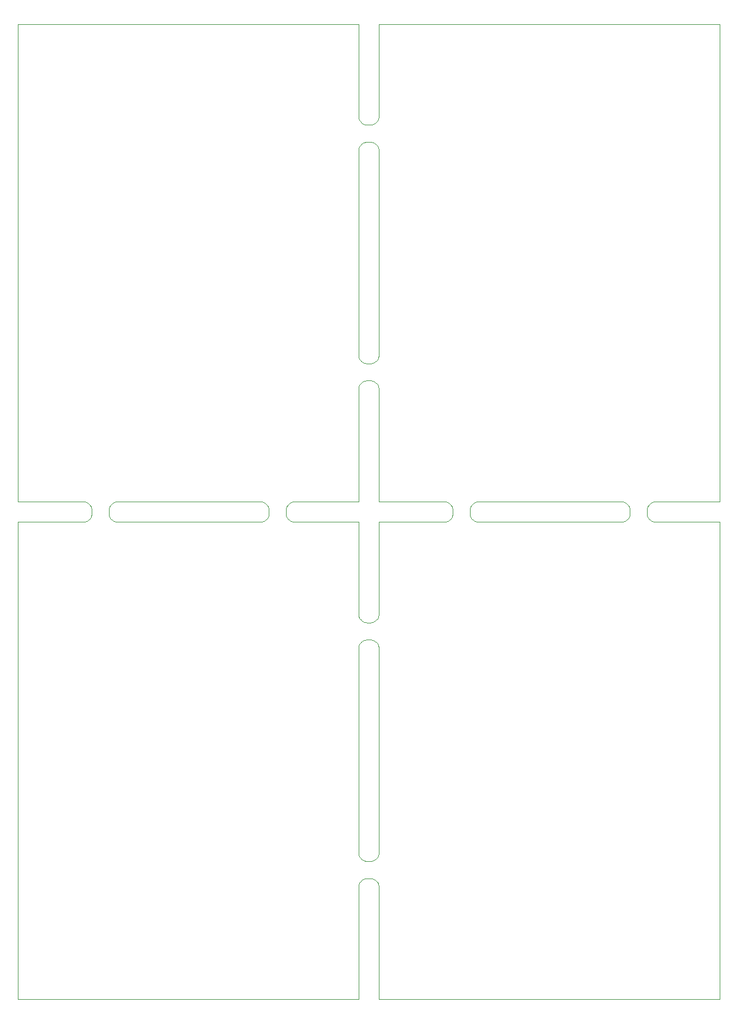
<source format=gbr>
%TF.GenerationSoftware,KiCad,Pcbnew,(5.1.5)-2*%
%TF.CreationDate,2020-06-17T11:39:24+12:00*%
%TF.ProjectId,output.RGB-to-component-panel,6f757470-7574-42e5-9247-422d746f2d63,rev?*%
%TF.SameCoordinates,Original*%
%TF.FileFunction,Profile,NP*%
%FSLAX46Y46*%
G04 Gerber Fmt 4.6, Leading zero omitted, Abs format (unit mm)*
G04 Created by KiCad (PCBNEW (5.1.5)-2) date 2020-06-17 11:39:24*
%MOMM*%
%LPD*%
G04 APERTURE LIST*
%ADD10C,0.050000*%
%ADD11C,0.100000*%
G04 APERTURE END LIST*
D10*
X19800000Y-110000000D02*
X19800000Y-40000000D01*
X19800000Y-40000000D02*
X69800000Y-40000000D01*
X122800000Y-40000000D02*
X122800000Y-110000000D01*
X72800000Y-40000000D02*
X122800000Y-40000000D01*
X19800000Y-183000000D02*
X19800000Y-113000000D01*
X69800000Y-183000000D02*
X19800000Y-183000000D01*
X122800000Y-183000000D02*
X72800000Y-183000000D01*
X122800000Y-113000000D02*
X122800000Y-183000000D01*
D11*
X69800000Y-166500020D02*
X69800000Y-183000000D01*
X72800000Y-166500020D02*
X72800000Y-183000000D01*
X72800000Y-166500020D02*
X72792313Y-166400316D01*
X69800000Y-166500020D02*
X69807687Y-166400316D01*
X72792313Y-166400316D02*
X72776985Y-166301498D01*
X69807687Y-166400316D02*
X69823015Y-166301498D01*
X72776985Y-166301498D02*
X72754107Y-166204151D01*
X69823015Y-166301498D02*
X69845893Y-166204151D01*
X72754107Y-166204151D02*
X72723814Y-166108851D01*
X69845893Y-166204151D02*
X69876186Y-166108851D01*
X72723814Y-166108851D02*
X72686285Y-166016161D01*
X69876186Y-166108851D02*
X69913715Y-166016161D01*
X72686285Y-166016161D02*
X72641742Y-165926630D01*
X69913715Y-166016161D02*
X69958258Y-165926630D01*
X72641742Y-165926630D02*
X72590449Y-165840788D01*
X69958258Y-165926630D02*
X70009551Y-165840788D01*
X72590449Y-165840788D02*
X72532709Y-165759143D01*
X70009551Y-165840788D02*
X70067291Y-165759143D01*
X72532709Y-165759143D02*
X72468864Y-165682178D01*
X70067291Y-165759143D02*
X70131136Y-165682178D01*
X72468864Y-165682178D02*
X72399292Y-165610348D01*
X70131136Y-165682178D02*
X70200708Y-165610348D01*
X72399292Y-165610348D02*
X72324405Y-165544078D01*
X70200708Y-165610348D02*
X70275595Y-165544078D01*
X72324405Y-165544078D02*
X72244646Y-165483760D01*
X70275595Y-165544078D02*
X70355354Y-165483760D01*
X72244646Y-165483760D02*
X72160487Y-165429751D01*
X70355354Y-165483760D02*
X70439513Y-165429751D01*
X72160487Y-165429751D02*
X72072426Y-165382371D01*
X70439513Y-165429751D02*
X70527574Y-165382371D01*
X72072426Y-165382371D02*
X71980984Y-165341900D01*
X70527574Y-165382371D02*
X70619016Y-165341900D01*
X71980984Y-165341900D02*
X71886702Y-165308578D01*
X70619016Y-165341900D02*
X70713298Y-165308578D01*
X71886702Y-165308578D02*
X71790138Y-165282602D01*
X70713298Y-165308578D02*
X70809862Y-165282602D01*
X71790138Y-165282602D02*
X71691863Y-165264125D01*
X70809862Y-165282602D02*
X70908137Y-165264125D01*
X71691863Y-165264125D02*
X71592458Y-165253257D01*
X70908137Y-165264125D02*
X71007542Y-165253257D01*
X71592458Y-165253257D02*
X71492512Y-165250062D01*
X71007542Y-165253257D02*
X71107488Y-165250062D01*
X71107488Y-165250062D02*
X71492512Y-165250062D01*
X72800000Y-161499980D02*
X72792313Y-161599684D01*
X69800000Y-161499980D02*
X69807687Y-161599684D01*
X72792313Y-161599684D02*
X72776985Y-161698502D01*
X69807687Y-161599684D02*
X69823015Y-161698502D01*
X72776985Y-161698502D02*
X72754107Y-161795849D01*
X69823015Y-161698502D02*
X69845893Y-161795849D01*
X72754107Y-161795849D02*
X72723814Y-161891149D01*
X69845893Y-161795849D02*
X69876186Y-161891149D01*
X72723814Y-161891149D02*
X72686285Y-161983839D01*
X69876186Y-161891149D02*
X69913715Y-161983839D01*
X72686285Y-161983839D02*
X72641742Y-162073370D01*
X69913715Y-161983839D02*
X69958258Y-162073370D01*
X72641742Y-162073370D02*
X72590449Y-162159212D01*
X69958258Y-162073370D02*
X70009551Y-162159212D01*
X72590449Y-162159212D02*
X72532709Y-162240857D01*
X70009551Y-162159212D02*
X70067291Y-162240857D01*
X72532709Y-162240857D02*
X72468864Y-162317822D01*
X70067291Y-162240857D02*
X70131136Y-162317822D01*
X72468864Y-162317822D02*
X72399292Y-162389652D01*
X70131136Y-162317822D02*
X70200708Y-162389652D01*
X72399292Y-162389652D02*
X72324405Y-162455922D01*
X70200708Y-162389652D02*
X70275595Y-162455922D01*
X72324405Y-162455922D02*
X72244646Y-162516240D01*
X70275595Y-162455922D02*
X70355354Y-162516240D01*
X72244646Y-162516240D02*
X72160487Y-162570249D01*
X70355354Y-162516240D02*
X70439513Y-162570249D01*
X72160487Y-162570249D02*
X72072426Y-162617629D01*
X70439513Y-162570249D02*
X70527574Y-162617629D01*
X72072426Y-162617629D02*
X71980984Y-162658100D01*
X70527574Y-162617629D02*
X70619016Y-162658100D01*
X71980984Y-162658100D02*
X71886702Y-162691422D01*
X70619016Y-162658100D02*
X70713298Y-162691422D01*
X71886702Y-162691422D02*
X71790138Y-162717398D01*
X70713298Y-162691422D02*
X70809862Y-162717398D01*
X71790138Y-162717398D02*
X71691863Y-162735875D01*
X70809862Y-162717398D02*
X70908137Y-162735875D01*
X71691863Y-162735875D02*
X71592458Y-162746743D01*
X70908137Y-162735875D02*
X71007542Y-162746743D01*
X71592458Y-162746743D02*
X71492512Y-162749938D01*
X71007542Y-162746743D02*
X71107488Y-162749938D01*
X71107488Y-162749938D02*
X71492512Y-162749938D01*
X29399987Y-110000000D02*
X19800000Y-110000000D01*
X29399987Y-113000000D02*
X19800000Y-113000000D01*
X29399987Y-113000000D02*
X29499691Y-112992313D01*
X29399987Y-110000000D02*
X29499691Y-110007687D01*
X29499691Y-112992313D02*
X29598509Y-112976985D01*
X29499691Y-110007687D02*
X29598509Y-110023015D01*
X29598509Y-112976985D02*
X29695856Y-112954107D01*
X29598509Y-110023015D02*
X29695856Y-110045893D01*
X29695856Y-112954107D02*
X29791156Y-112923814D01*
X29695856Y-110045893D02*
X29791156Y-110076186D01*
X29791156Y-112923814D02*
X29883846Y-112886285D01*
X29791156Y-110076186D02*
X29883846Y-110113715D01*
X29883846Y-112886285D02*
X29973377Y-112841742D01*
X29883846Y-110113715D02*
X29973377Y-110158258D01*
X29973377Y-112841742D02*
X30059219Y-112790449D01*
X29973377Y-110158258D02*
X30059219Y-110209551D01*
X30059219Y-112790449D02*
X30140864Y-112732709D01*
X30059219Y-110209551D02*
X30140864Y-110267291D01*
X30140864Y-112732709D02*
X30217829Y-112668864D01*
X30140864Y-110267291D02*
X30217829Y-110331136D01*
X30217829Y-112668864D02*
X30289659Y-112599292D01*
X30217829Y-110331136D02*
X30289659Y-110400708D01*
X30289659Y-112599292D02*
X30355929Y-112524405D01*
X30289659Y-110400708D02*
X30355929Y-110475595D01*
X30355929Y-112524405D02*
X30416247Y-112444646D01*
X30355929Y-110475595D02*
X30416247Y-110555354D01*
X30416247Y-112444646D02*
X30470256Y-112360487D01*
X30416247Y-110555354D02*
X30470256Y-110639513D01*
X30470256Y-112360487D02*
X30517636Y-112272426D01*
X30470256Y-110639513D02*
X30517636Y-110727574D01*
X30517636Y-112272426D02*
X30558107Y-112180984D01*
X30517636Y-110727574D02*
X30558107Y-110819016D01*
X30558107Y-112180984D02*
X30591429Y-112086702D01*
X30558107Y-110819016D02*
X30591429Y-110913298D01*
X30591429Y-112086702D02*
X30617405Y-111990138D01*
X30591429Y-110913298D02*
X30617405Y-111009862D01*
X30617405Y-111990138D02*
X30635882Y-111891863D01*
X30617405Y-111009862D02*
X30635882Y-111108137D01*
X30635882Y-111891863D02*
X30646750Y-111792458D01*
X30635882Y-111108137D02*
X30646750Y-111207542D01*
X30646750Y-111792458D02*
X30649945Y-111692512D01*
X30646750Y-111207542D02*
X30649945Y-111307488D01*
X30649945Y-111307488D02*
X30649945Y-111692512D01*
X34399980Y-113000000D02*
X34300276Y-112992313D01*
X34399980Y-110000000D02*
X34300276Y-110007687D01*
X34300276Y-112992313D02*
X34201458Y-112976985D01*
X34300276Y-110007687D02*
X34201458Y-110023015D01*
X34201458Y-112976985D02*
X34104111Y-112954107D01*
X34201458Y-110023015D02*
X34104111Y-110045893D01*
X34104111Y-112954107D02*
X34008811Y-112923814D01*
X34104111Y-110045893D02*
X34008811Y-110076186D01*
X34008811Y-112923814D02*
X33916121Y-112886285D01*
X34008811Y-110076186D02*
X33916121Y-110113715D01*
X33916121Y-112886285D02*
X33826590Y-112841742D01*
X33916121Y-110113715D02*
X33826590Y-110158258D01*
X33826590Y-112841742D02*
X33740748Y-112790449D01*
X33826590Y-110158258D02*
X33740748Y-110209551D01*
X33740748Y-112790449D02*
X33659103Y-112732709D01*
X33740748Y-110209551D02*
X33659103Y-110267291D01*
X33659103Y-112732709D02*
X33582138Y-112668864D01*
X33659103Y-110267291D02*
X33582138Y-110331136D01*
X33582138Y-112668864D02*
X33510308Y-112599292D01*
X33582138Y-110331136D02*
X33510308Y-110400708D01*
X33510308Y-112599292D02*
X33444038Y-112524405D01*
X33510308Y-110400708D02*
X33444038Y-110475595D01*
X33444038Y-112524405D02*
X33383720Y-112444646D01*
X33444038Y-110475595D02*
X33383720Y-110555354D01*
X33383720Y-112444646D02*
X33329711Y-112360487D01*
X33383720Y-110555354D02*
X33329711Y-110639513D01*
X33329711Y-112360487D02*
X33282331Y-112272426D01*
X33329711Y-110639513D02*
X33282331Y-110727574D01*
X33282331Y-112272426D02*
X33241860Y-112180984D01*
X33282331Y-110727574D02*
X33241860Y-110819016D01*
X33241860Y-112180984D02*
X33208538Y-112086702D01*
X33241860Y-110819016D02*
X33208538Y-110913298D01*
X33208538Y-112086702D02*
X33182562Y-111990138D01*
X33208538Y-110913298D02*
X33182562Y-111009862D01*
X33182562Y-111990138D02*
X33164085Y-111891863D01*
X33182562Y-111009862D02*
X33164085Y-111108137D01*
X33164085Y-111891863D02*
X33153217Y-111792458D01*
X33164085Y-111108137D02*
X33153217Y-111207542D01*
X33153217Y-111792458D02*
X33150022Y-111692512D01*
X33153217Y-111207542D02*
X33150022Y-111307488D01*
X33150022Y-111307488D02*
X33150022Y-111692512D01*
X55400010Y-110000000D02*
X34399980Y-110000000D01*
X60400013Y-110000000D02*
X69800000Y-110000000D01*
X55400010Y-113000000D02*
X34399980Y-113000000D01*
X60400013Y-113000000D02*
X69800000Y-113000000D01*
X55400010Y-113000000D02*
X55499714Y-112992313D01*
X55400010Y-110000000D02*
X55499714Y-110007687D01*
X55499714Y-112992313D02*
X55598532Y-112976985D01*
X55499714Y-110007687D02*
X55598532Y-110023015D01*
X55598532Y-112976985D02*
X55695879Y-112954107D01*
X55598532Y-110023015D02*
X55695879Y-110045893D01*
X55695879Y-112954107D02*
X55791179Y-112923814D01*
X55695879Y-110045893D02*
X55791179Y-110076186D01*
X55791179Y-112923814D02*
X55883869Y-112886285D01*
X55791179Y-110076186D02*
X55883869Y-110113715D01*
X55883869Y-112886285D02*
X55973400Y-112841742D01*
X55883869Y-110113715D02*
X55973400Y-110158258D01*
X55973400Y-112841742D02*
X56059242Y-112790449D01*
X55973400Y-110158258D02*
X56059242Y-110209551D01*
X56059242Y-112790449D02*
X56140887Y-112732709D01*
X56059242Y-110209551D02*
X56140887Y-110267291D01*
X56140887Y-112732709D02*
X56217852Y-112668864D01*
X56140887Y-110267291D02*
X56217852Y-110331136D01*
X56217852Y-112668864D02*
X56289682Y-112599292D01*
X56217852Y-110331136D02*
X56289682Y-110400708D01*
X56289682Y-112599292D02*
X56355952Y-112524405D01*
X56289682Y-110400708D02*
X56355952Y-110475595D01*
X56355952Y-112524405D02*
X56416270Y-112444646D01*
X56355952Y-110475595D02*
X56416270Y-110555354D01*
X56416270Y-112444646D02*
X56470279Y-112360487D01*
X56416270Y-110555354D02*
X56470279Y-110639513D01*
X56470279Y-112360487D02*
X56517659Y-112272426D01*
X56470279Y-110639513D02*
X56517659Y-110727574D01*
X56517659Y-112272426D02*
X56558130Y-112180984D01*
X56517659Y-110727574D02*
X56558130Y-110819016D01*
X56558130Y-112180984D02*
X56591452Y-112086702D01*
X56558130Y-110819016D02*
X56591452Y-110913298D01*
X56591452Y-112086702D02*
X56617428Y-111990138D01*
X56591452Y-110913298D02*
X56617428Y-111009862D01*
X56617428Y-111990138D02*
X56635905Y-111891863D01*
X56617428Y-111009862D02*
X56635905Y-111108137D01*
X56635905Y-111891863D02*
X56646773Y-111792458D01*
X56635905Y-111108137D02*
X56646773Y-111207542D01*
X56646773Y-111792458D02*
X56649968Y-111692512D01*
X56646773Y-111207542D02*
X56649968Y-111307488D01*
X56649968Y-111307488D02*
X56649968Y-111692512D01*
X60400013Y-113000000D02*
X60300309Y-112992313D01*
X60400013Y-110000000D02*
X60300309Y-110007687D01*
X60300309Y-112992313D02*
X60201491Y-112976985D01*
X60300309Y-110007687D02*
X60201491Y-110023015D01*
X60201491Y-112976985D02*
X60104144Y-112954107D01*
X60201491Y-110023015D02*
X60104144Y-110045893D01*
X60104144Y-112954107D02*
X60008844Y-112923814D01*
X60104144Y-110045893D02*
X60008844Y-110076186D01*
X60008844Y-112923814D02*
X59916154Y-112886285D01*
X60008844Y-110076186D02*
X59916154Y-110113715D01*
X59916154Y-112886285D02*
X59826623Y-112841742D01*
X59916154Y-110113715D02*
X59826623Y-110158258D01*
X59826623Y-112841742D02*
X59740781Y-112790449D01*
X59826623Y-110158258D02*
X59740781Y-110209551D01*
X59740781Y-112790449D02*
X59659136Y-112732709D01*
X59740781Y-110209551D02*
X59659136Y-110267291D01*
X59659136Y-112732709D02*
X59582171Y-112668864D01*
X59659136Y-110267291D02*
X59582171Y-110331136D01*
X59582171Y-112668864D02*
X59510341Y-112599292D01*
X59582171Y-110331136D02*
X59510341Y-110400708D01*
X59510341Y-112599292D02*
X59444071Y-112524405D01*
X59510341Y-110400708D02*
X59444071Y-110475595D01*
X59444071Y-112524405D02*
X59383753Y-112444646D01*
X59444071Y-110475595D02*
X59383753Y-110555354D01*
X59383753Y-112444646D02*
X59329744Y-112360487D01*
X59383753Y-110555354D02*
X59329744Y-110639513D01*
X59329744Y-112360487D02*
X59282364Y-112272426D01*
X59329744Y-110639513D02*
X59282364Y-110727574D01*
X59282364Y-112272426D02*
X59241893Y-112180984D01*
X59282364Y-110727574D02*
X59241893Y-110819016D01*
X59241893Y-112180984D02*
X59208571Y-112086702D01*
X59241893Y-110819016D02*
X59208571Y-110913298D01*
X59208571Y-112086702D02*
X59182595Y-111990138D01*
X59208571Y-110913298D02*
X59182595Y-111009862D01*
X59182595Y-111990138D02*
X59164118Y-111891863D01*
X59182595Y-111009862D02*
X59164118Y-111108137D01*
X59164118Y-111891863D02*
X59153250Y-111792458D01*
X59164118Y-111108137D02*
X59153250Y-111207542D01*
X59153250Y-111792458D02*
X59150055Y-111692512D01*
X59153250Y-111207542D02*
X59150055Y-111307488D01*
X59150055Y-111307488D02*
X59150055Y-111692512D01*
X69800000Y-131499980D02*
X69800000Y-161499980D01*
X69800000Y-126500000D02*
X69800000Y-113000000D01*
X72800000Y-131499980D02*
X72800000Y-161499980D01*
X72800000Y-126500000D02*
X72800000Y-113000000D01*
X72800000Y-131499980D02*
X72792313Y-131400276D01*
X69800000Y-131499980D02*
X69807687Y-131400276D01*
X72792313Y-131400276D02*
X72776985Y-131301458D01*
X69807687Y-131400276D02*
X69823015Y-131301458D01*
X72776985Y-131301458D02*
X72754107Y-131204111D01*
X69823015Y-131301458D02*
X69845893Y-131204111D01*
X72754107Y-131204111D02*
X72723814Y-131108811D01*
X69845893Y-131204111D02*
X69876186Y-131108811D01*
X72723814Y-131108811D02*
X72686285Y-131016121D01*
X69876186Y-131108811D02*
X69913715Y-131016121D01*
X72686285Y-131016121D02*
X72641742Y-130926590D01*
X69913715Y-131016121D02*
X69958258Y-130926590D01*
X72641742Y-130926590D02*
X72590449Y-130840748D01*
X69958258Y-130926590D02*
X70009551Y-130840748D01*
X72590449Y-130840748D02*
X72532709Y-130759103D01*
X70009551Y-130840748D02*
X70067291Y-130759103D01*
X72532709Y-130759103D02*
X72468864Y-130682138D01*
X70067291Y-130759103D02*
X70131136Y-130682138D01*
X72468864Y-130682138D02*
X72399292Y-130610308D01*
X70131136Y-130682138D02*
X70200708Y-130610308D01*
X72399292Y-130610308D02*
X72324405Y-130544038D01*
X70200708Y-130610308D02*
X70275595Y-130544038D01*
X72324405Y-130544038D02*
X72244646Y-130483720D01*
X70275595Y-130544038D02*
X70355354Y-130483720D01*
X72244646Y-130483720D02*
X72160487Y-130429711D01*
X70355354Y-130483720D02*
X70439513Y-130429711D01*
X72160487Y-130429711D02*
X72072426Y-130382331D01*
X70439513Y-130429711D02*
X70527574Y-130382331D01*
X72072426Y-130382331D02*
X71980984Y-130341860D01*
X70527574Y-130382331D02*
X70619016Y-130341860D01*
X71980984Y-130341860D02*
X71886702Y-130308538D01*
X70619016Y-130341860D02*
X70713298Y-130308538D01*
X71886702Y-130308538D02*
X71790138Y-130282562D01*
X70713298Y-130308538D02*
X70809862Y-130282562D01*
X71790138Y-130282562D02*
X71691863Y-130264085D01*
X70809862Y-130282562D02*
X70908137Y-130264085D01*
X71691863Y-130264085D02*
X71592458Y-130253217D01*
X70908137Y-130264085D02*
X71007542Y-130253217D01*
X71592458Y-130253217D02*
X71492512Y-130250022D01*
X71007542Y-130253217D02*
X71107488Y-130250022D01*
X71107488Y-130250022D02*
X71492512Y-130250022D01*
X72800000Y-126500000D02*
X72792313Y-126599704D01*
X69800000Y-126500000D02*
X69807687Y-126599704D01*
X72792313Y-126599704D02*
X72776985Y-126698522D01*
X69807687Y-126599704D02*
X69823015Y-126698522D01*
X72776985Y-126698522D02*
X72754107Y-126795869D01*
X69823015Y-126698522D02*
X69845893Y-126795869D01*
X72754107Y-126795869D02*
X72723814Y-126891169D01*
X69845893Y-126795869D02*
X69876186Y-126891169D01*
X72723814Y-126891169D02*
X72686285Y-126983859D01*
X69876186Y-126891169D02*
X69913715Y-126983859D01*
X72686285Y-126983859D02*
X72641742Y-127073390D01*
X69913715Y-126983859D02*
X69958258Y-127073390D01*
X72641742Y-127073390D02*
X72590449Y-127159232D01*
X69958258Y-127073390D02*
X70009551Y-127159232D01*
X72590449Y-127159232D02*
X72532709Y-127240877D01*
X70009551Y-127159232D02*
X70067291Y-127240877D01*
X72532709Y-127240877D02*
X72468864Y-127317842D01*
X70067291Y-127240877D02*
X70131136Y-127317842D01*
X72468864Y-127317842D02*
X72399292Y-127389672D01*
X70131136Y-127317842D02*
X70200708Y-127389672D01*
X72399292Y-127389672D02*
X72324405Y-127455942D01*
X70200708Y-127389672D02*
X70275595Y-127455942D01*
X72324405Y-127455942D02*
X72244646Y-127516260D01*
X70275595Y-127455942D02*
X70355354Y-127516260D01*
X72244646Y-127516260D02*
X72160487Y-127570269D01*
X70355354Y-127516260D02*
X70439513Y-127570269D01*
X72160487Y-127570269D02*
X72072426Y-127617649D01*
X70439513Y-127570269D02*
X70527574Y-127617649D01*
X72072426Y-127617649D02*
X71980984Y-127658120D01*
X70527574Y-127617649D02*
X70619016Y-127658120D01*
X71980984Y-127658120D02*
X71886702Y-127691442D01*
X70619016Y-127658120D02*
X70713298Y-127691442D01*
X71886702Y-127691442D02*
X71790138Y-127717418D01*
X70713298Y-127691442D02*
X70809862Y-127717418D01*
X71790138Y-127717418D02*
X71691863Y-127735895D01*
X70809862Y-127717418D02*
X70908137Y-127735895D01*
X71691863Y-127735895D02*
X71592458Y-127746763D01*
X70908137Y-127735895D02*
X71007542Y-127746763D01*
X71592458Y-127746763D02*
X71492512Y-127749958D01*
X71007542Y-127746763D02*
X71107488Y-127749958D01*
X71107488Y-127749958D02*
X71492512Y-127749958D01*
X69800000Y-93500020D02*
X69800000Y-110000000D01*
X72800000Y-93500020D02*
X72800000Y-110000000D01*
X72800000Y-93500020D02*
X72792313Y-93400316D01*
X69800000Y-93500020D02*
X69807687Y-93400316D01*
X72792313Y-93400316D02*
X72776985Y-93301498D01*
X69807687Y-93400316D02*
X69823015Y-93301498D01*
X72776985Y-93301498D02*
X72754107Y-93204151D01*
X69823015Y-93301498D02*
X69845893Y-93204151D01*
X72754107Y-93204151D02*
X72723814Y-93108851D01*
X69845893Y-93204151D02*
X69876186Y-93108851D01*
X72723814Y-93108851D02*
X72686285Y-93016161D01*
X69876186Y-93108851D02*
X69913715Y-93016161D01*
X72686285Y-93016161D02*
X72641742Y-92926630D01*
X69913715Y-93016161D02*
X69958258Y-92926630D01*
X72641742Y-92926630D02*
X72590449Y-92840788D01*
X69958258Y-92926630D02*
X70009551Y-92840788D01*
X72590449Y-92840788D02*
X72532709Y-92759143D01*
X70009551Y-92840788D02*
X70067291Y-92759143D01*
X72532709Y-92759143D02*
X72468864Y-92682178D01*
X70067291Y-92759143D02*
X70131136Y-92682178D01*
X72468864Y-92682178D02*
X72399292Y-92610348D01*
X70131136Y-92682178D02*
X70200708Y-92610348D01*
X72399292Y-92610348D02*
X72324405Y-92544078D01*
X70200708Y-92610348D02*
X70275595Y-92544078D01*
X72324405Y-92544078D02*
X72244646Y-92483760D01*
X70275595Y-92544078D02*
X70355354Y-92483760D01*
X72244646Y-92483760D02*
X72160487Y-92429751D01*
X70355354Y-92483760D02*
X70439513Y-92429751D01*
X72160487Y-92429751D02*
X72072426Y-92382371D01*
X70439513Y-92429751D02*
X70527574Y-92382371D01*
X72072426Y-92382371D02*
X71980984Y-92341900D01*
X70527574Y-92382371D02*
X70619016Y-92341900D01*
X71980984Y-92341900D02*
X71886702Y-92308578D01*
X70619016Y-92341900D02*
X70713298Y-92308578D01*
X71886702Y-92308578D02*
X71790138Y-92282602D01*
X70713298Y-92308578D02*
X70809862Y-92282602D01*
X71790138Y-92282602D02*
X71691863Y-92264125D01*
X70809862Y-92282602D02*
X70908137Y-92264125D01*
X71691863Y-92264125D02*
X71592458Y-92253257D01*
X70908137Y-92264125D02*
X71007542Y-92253257D01*
X71592458Y-92253257D02*
X71492512Y-92250062D01*
X71007542Y-92253257D02*
X71107488Y-92250062D01*
X71107488Y-92250062D02*
X71492512Y-92250062D01*
X72800000Y-88499980D02*
X72792313Y-88599684D01*
X69800000Y-88499980D02*
X69807687Y-88599684D01*
X72792313Y-88599684D02*
X72776985Y-88698502D01*
X69807687Y-88599684D02*
X69823015Y-88698502D01*
X72776985Y-88698502D02*
X72754107Y-88795849D01*
X69823015Y-88698502D02*
X69845893Y-88795849D01*
X72754107Y-88795849D02*
X72723814Y-88891149D01*
X69845893Y-88795849D02*
X69876186Y-88891149D01*
X72723814Y-88891149D02*
X72686285Y-88983839D01*
X69876186Y-88891149D02*
X69913715Y-88983839D01*
X72686285Y-88983839D02*
X72641742Y-89073370D01*
X69913715Y-88983839D02*
X69958258Y-89073370D01*
X72641742Y-89073370D02*
X72590449Y-89159212D01*
X69958258Y-89073370D02*
X70009551Y-89159212D01*
X72590449Y-89159212D02*
X72532709Y-89240857D01*
X70009551Y-89159212D02*
X70067291Y-89240857D01*
X72532709Y-89240857D02*
X72468864Y-89317822D01*
X70067291Y-89240857D02*
X70131136Y-89317822D01*
X72468864Y-89317822D02*
X72399292Y-89389652D01*
X70131136Y-89317822D02*
X70200708Y-89389652D01*
X72399292Y-89389652D02*
X72324405Y-89455922D01*
X70200708Y-89389652D02*
X70275595Y-89455922D01*
X72324405Y-89455922D02*
X72244646Y-89516240D01*
X70275595Y-89455922D02*
X70355354Y-89516240D01*
X72244646Y-89516240D02*
X72160487Y-89570249D01*
X70355354Y-89516240D02*
X70439513Y-89570249D01*
X72160487Y-89570249D02*
X72072426Y-89617629D01*
X70439513Y-89570249D02*
X70527574Y-89617629D01*
X72072426Y-89617629D02*
X71980984Y-89658100D01*
X70527574Y-89617629D02*
X70619016Y-89658100D01*
X71980984Y-89658100D02*
X71886702Y-89691422D01*
X70619016Y-89658100D02*
X70713298Y-89691422D01*
X71886702Y-89691422D02*
X71790138Y-89717398D01*
X70713298Y-89691422D02*
X70809862Y-89717398D01*
X71790138Y-89717398D02*
X71691863Y-89735875D01*
X70809862Y-89717398D02*
X70908137Y-89735875D01*
X71691863Y-89735875D02*
X71592458Y-89746743D01*
X70908137Y-89735875D02*
X71007542Y-89746743D01*
X71592458Y-89746743D02*
X71492512Y-89749938D01*
X71007542Y-89746743D02*
X71107488Y-89749938D01*
X71107488Y-89749938D02*
X71492512Y-89749938D01*
X69800000Y-58499980D02*
X69800000Y-88499980D01*
X69800000Y-53500000D02*
X69800000Y-40000000D01*
X72800000Y-58499980D02*
X72800000Y-88499980D01*
X72800000Y-53500000D02*
X72800000Y-40000000D01*
X72800000Y-58499980D02*
X72792313Y-58400276D01*
X69800000Y-58499980D02*
X69807687Y-58400276D01*
X72792313Y-58400276D02*
X72776985Y-58301458D01*
X69807687Y-58400276D02*
X69823015Y-58301458D01*
X72776985Y-58301458D02*
X72754107Y-58204111D01*
X69823015Y-58301458D02*
X69845893Y-58204111D01*
X72754107Y-58204111D02*
X72723814Y-58108811D01*
X69845893Y-58204111D02*
X69876186Y-58108811D01*
X72723814Y-58108811D02*
X72686285Y-58016121D01*
X69876186Y-58108811D02*
X69913715Y-58016121D01*
X72686285Y-58016121D02*
X72641742Y-57926590D01*
X69913715Y-58016121D02*
X69958258Y-57926590D01*
X72641742Y-57926590D02*
X72590449Y-57840748D01*
X69958258Y-57926590D02*
X70009551Y-57840748D01*
X72590449Y-57840748D02*
X72532709Y-57759103D01*
X70009551Y-57840748D02*
X70067291Y-57759103D01*
X72532709Y-57759103D02*
X72468864Y-57682138D01*
X70067291Y-57759103D02*
X70131136Y-57682138D01*
X72468864Y-57682138D02*
X72399292Y-57610308D01*
X70131136Y-57682138D02*
X70200708Y-57610308D01*
X72399292Y-57610308D02*
X72324405Y-57544038D01*
X70200708Y-57610308D02*
X70275595Y-57544038D01*
X72324405Y-57544038D02*
X72244646Y-57483720D01*
X70275595Y-57544038D02*
X70355354Y-57483720D01*
X72244646Y-57483720D02*
X72160487Y-57429711D01*
X70355354Y-57483720D02*
X70439513Y-57429711D01*
X72160487Y-57429711D02*
X72072426Y-57382331D01*
X70439513Y-57429711D02*
X70527574Y-57382331D01*
X72072426Y-57382331D02*
X71980984Y-57341860D01*
X70527574Y-57382331D02*
X70619016Y-57341860D01*
X71980984Y-57341860D02*
X71886702Y-57308538D01*
X70619016Y-57341860D02*
X70713298Y-57308538D01*
X71886702Y-57308538D02*
X71790138Y-57282562D01*
X70713298Y-57308538D02*
X70809862Y-57282562D01*
X71790138Y-57282562D02*
X71691863Y-57264085D01*
X70809862Y-57282562D02*
X70908137Y-57264085D01*
X71691863Y-57264085D02*
X71592458Y-57253217D01*
X70908137Y-57264085D02*
X71007542Y-57253217D01*
X71592458Y-57253217D02*
X71492512Y-57250022D01*
X71007542Y-57253217D02*
X71107488Y-57250022D01*
X71107488Y-57250022D02*
X71492512Y-57250022D01*
X72800000Y-53500000D02*
X72792313Y-53599704D01*
X69800000Y-53500000D02*
X69807687Y-53599704D01*
X72792313Y-53599704D02*
X72776985Y-53698522D01*
X69807687Y-53599704D02*
X69823015Y-53698522D01*
X72776985Y-53698522D02*
X72754107Y-53795869D01*
X69823015Y-53698522D02*
X69845893Y-53795869D01*
X72754107Y-53795869D02*
X72723814Y-53891169D01*
X69845893Y-53795869D02*
X69876186Y-53891169D01*
X72723814Y-53891169D02*
X72686285Y-53983859D01*
X69876186Y-53891169D02*
X69913715Y-53983859D01*
X72686285Y-53983859D02*
X72641742Y-54073390D01*
X69913715Y-53983859D02*
X69958258Y-54073390D01*
X72641742Y-54073390D02*
X72590449Y-54159232D01*
X69958258Y-54073390D02*
X70009551Y-54159232D01*
X72590449Y-54159232D02*
X72532709Y-54240877D01*
X70009551Y-54159232D02*
X70067291Y-54240877D01*
X72532709Y-54240877D02*
X72468864Y-54317842D01*
X70067291Y-54240877D02*
X70131136Y-54317842D01*
X72468864Y-54317842D02*
X72399292Y-54389672D01*
X70131136Y-54317842D02*
X70200708Y-54389672D01*
X72399292Y-54389672D02*
X72324405Y-54455942D01*
X70200708Y-54389672D02*
X70275595Y-54455942D01*
X72324405Y-54455942D02*
X72244646Y-54516260D01*
X70275595Y-54455942D02*
X70355354Y-54516260D01*
X72244646Y-54516260D02*
X72160487Y-54570269D01*
X70355354Y-54516260D02*
X70439513Y-54570269D01*
X72160487Y-54570269D02*
X72072426Y-54617649D01*
X70439513Y-54570269D02*
X70527574Y-54617649D01*
X72072426Y-54617649D02*
X71980984Y-54658120D01*
X70527574Y-54617649D02*
X70619016Y-54658120D01*
X71980984Y-54658120D02*
X71886702Y-54691442D01*
X70619016Y-54658120D02*
X70713298Y-54691442D01*
X71886702Y-54691442D02*
X71790138Y-54717418D01*
X70713298Y-54691442D02*
X70809862Y-54717418D01*
X71790138Y-54717418D02*
X71691863Y-54735895D01*
X70809862Y-54717418D02*
X70908137Y-54735895D01*
X71691863Y-54735895D02*
X71592458Y-54746763D01*
X70908137Y-54735895D02*
X71007542Y-54746763D01*
X71592458Y-54746763D02*
X71492512Y-54749958D01*
X71007542Y-54746763D02*
X71107488Y-54749958D01*
X71107488Y-54749958D02*
X71492512Y-54749958D01*
X82399987Y-110000000D02*
X72800000Y-110000000D01*
X82399987Y-113000000D02*
X72800000Y-113000000D01*
X82399987Y-113000000D02*
X82499691Y-112992313D01*
X82399987Y-110000000D02*
X82499691Y-110007687D01*
X82499691Y-112992313D02*
X82598509Y-112976985D01*
X82499691Y-110007687D02*
X82598509Y-110023015D01*
X82598509Y-112976985D02*
X82695856Y-112954107D01*
X82598509Y-110023015D02*
X82695856Y-110045893D01*
X82695856Y-112954107D02*
X82791156Y-112923814D01*
X82695856Y-110045893D02*
X82791156Y-110076186D01*
X82791156Y-112923814D02*
X82883846Y-112886285D01*
X82791156Y-110076186D02*
X82883846Y-110113715D01*
X82883846Y-112886285D02*
X82973377Y-112841742D01*
X82883846Y-110113715D02*
X82973377Y-110158258D01*
X82973377Y-112841742D02*
X83059219Y-112790449D01*
X82973377Y-110158258D02*
X83059219Y-110209551D01*
X83059219Y-112790449D02*
X83140864Y-112732709D01*
X83059219Y-110209551D02*
X83140864Y-110267291D01*
X83140864Y-112732709D02*
X83217829Y-112668864D01*
X83140864Y-110267291D02*
X83217829Y-110331136D01*
X83217829Y-112668864D02*
X83289659Y-112599292D01*
X83217829Y-110331136D02*
X83289659Y-110400708D01*
X83289659Y-112599292D02*
X83355929Y-112524405D01*
X83289659Y-110400708D02*
X83355929Y-110475595D01*
X83355929Y-112524405D02*
X83416247Y-112444646D01*
X83355929Y-110475595D02*
X83416247Y-110555354D01*
X83416247Y-112444646D02*
X83470256Y-112360487D01*
X83416247Y-110555354D02*
X83470256Y-110639513D01*
X83470256Y-112360487D02*
X83517636Y-112272426D01*
X83470256Y-110639513D02*
X83517636Y-110727574D01*
X83517636Y-112272426D02*
X83558107Y-112180984D01*
X83517636Y-110727574D02*
X83558107Y-110819016D01*
X83558107Y-112180984D02*
X83591429Y-112086702D01*
X83558107Y-110819016D02*
X83591429Y-110913298D01*
X83591429Y-112086702D02*
X83617405Y-111990138D01*
X83591429Y-110913298D02*
X83617405Y-111009862D01*
X83617405Y-111990138D02*
X83635882Y-111891863D01*
X83617405Y-111009862D02*
X83635882Y-111108137D01*
X83635882Y-111891863D02*
X83646750Y-111792458D01*
X83635882Y-111108137D02*
X83646750Y-111207542D01*
X83646750Y-111792458D02*
X83649945Y-111692512D01*
X83646750Y-111207542D02*
X83649945Y-111307488D01*
X83649945Y-111307488D02*
X83649945Y-111692512D01*
X87399980Y-113000000D02*
X87300276Y-112992313D01*
X87399980Y-110000000D02*
X87300276Y-110007687D01*
X87300276Y-112992313D02*
X87201458Y-112976985D01*
X87300276Y-110007687D02*
X87201458Y-110023015D01*
X87201458Y-112976985D02*
X87104111Y-112954107D01*
X87201458Y-110023015D02*
X87104111Y-110045893D01*
X87104111Y-112954107D02*
X87008811Y-112923814D01*
X87104111Y-110045893D02*
X87008811Y-110076186D01*
X87008811Y-112923814D02*
X86916121Y-112886285D01*
X87008811Y-110076186D02*
X86916121Y-110113715D01*
X86916121Y-112886285D02*
X86826590Y-112841742D01*
X86916121Y-110113715D02*
X86826590Y-110158258D01*
X86826590Y-112841742D02*
X86740748Y-112790449D01*
X86826590Y-110158258D02*
X86740748Y-110209551D01*
X86740748Y-112790449D02*
X86659103Y-112732709D01*
X86740748Y-110209551D02*
X86659103Y-110267291D01*
X86659103Y-112732709D02*
X86582138Y-112668864D01*
X86659103Y-110267291D02*
X86582138Y-110331136D01*
X86582138Y-112668864D02*
X86510308Y-112599292D01*
X86582138Y-110331136D02*
X86510308Y-110400708D01*
X86510308Y-112599292D02*
X86444038Y-112524405D01*
X86510308Y-110400708D02*
X86444038Y-110475595D01*
X86444038Y-112524405D02*
X86383720Y-112444646D01*
X86444038Y-110475595D02*
X86383720Y-110555354D01*
X86383720Y-112444646D02*
X86329711Y-112360487D01*
X86383720Y-110555354D02*
X86329711Y-110639513D01*
X86329711Y-112360487D02*
X86282331Y-112272426D01*
X86329711Y-110639513D02*
X86282331Y-110727574D01*
X86282331Y-112272426D02*
X86241860Y-112180984D01*
X86282331Y-110727574D02*
X86241860Y-110819016D01*
X86241860Y-112180984D02*
X86208538Y-112086702D01*
X86241860Y-110819016D02*
X86208538Y-110913298D01*
X86208538Y-112086702D02*
X86182562Y-111990138D01*
X86208538Y-110913298D02*
X86182562Y-111009862D01*
X86182562Y-111990138D02*
X86164085Y-111891863D01*
X86182562Y-111009862D02*
X86164085Y-111108137D01*
X86164085Y-111891863D02*
X86153217Y-111792458D01*
X86164085Y-111108137D02*
X86153217Y-111207542D01*
X86153217Y-111792458D02*
X86150022Y-111692512D01*
X86153217Y-111207542D02*
X86150022Y-111307488D01*
X86150022Y-111307488D02*
X86150022Y-111692512D01*
X108400010Y-110000000D02*
X87399980Y-110000000D01*
X113400013Y-110000000D02*
X122800000Y-110000000D01*
X108400010Y-113000000D02*
X87399980Y-113000000D01*
X113400013Y-113000000D02*
X122800000Y-113000000D01*
X108400010Y-113000000D02*
X108499714Y-112992313D01*
X108400010Y-110000000D02*
X108499714Y-110007687D01*
X108499714Y-112992313D02*
X108598532Y-112976985D01*
X108499714Y-110007687D02*
X108598532Y-110023015D01*
X108598532Y-112976985D02*
X108695879Y-112954107D01*
X108598532Y-110023015D02*
X108695879Y-110045893D01*
X108695879Y-112954107D02*
X108791179Y-112923814D01*
X108695879Y-110045893D02*
X108791179Y-110076186D01*
X108791179Y-112923814D02*
X108883869Y-112886285D01*
X108791179Y-110076186D02*
X108883869Y-110113715D01*
X108883869Y-112886285D02*
X108973400Y-112841742D01*
X108883869Y-110113715D02*
X108973400Y-110158258D01*
X108973400Y-112841742D02*
X109059242Y-112790449D01*
X108973400Y-110158258D02*
X109059242Y-110209551D01*
X109059242Y-112790449D02*
X109140887Y-112732709D01*
X109059242Y-110209551D02*
X109140887Y-110267291D01*
X109140887Y-112732709D02*
X109217852Y-112668864D01*
X109140887Y-110267291D02*
X109217852Y-110331136D01*
X109217852Y-112668864D02*
X109289682Y-112599292D01*
X109217852Y-110331136D02*
X109289682Y-110400708D01*
X109289682Y-112599292D02*
X109355952Y-112524405D01*
X109289682Y-110400708D02*
X109355952Y-110475595D01*
X109355952Y-112524405D02*
X109416270Y-112444646D01*
X109355952Y-110475595D02*
X109416270Y-110555354D01*
X109416270Y-112444646D02*
X109470279Y-112360487D01*
X109416270Y-110555354D02*
X109470279Y-110639513D01*
X109470279Y-112360487D02*
X109517659Y-112272426D01*
X109470279Y-110639513D02*
X109517659Y-110727574D01*
X109517659Y-112272426D02*
X109558130Y-112180984D01*
X109517659Y-110727574D02*
X109558130Y-110819016D01*
X109558130Y-112180984D02*
X109591452Y-112086702D01*
X109558130Y-110819016D02*
X109591452Y-110913298D01*
X109591452Y-112086702D02*
X109617428Y-111990138D01*
X109591452Y-110913298D02*
X109617428Y-111009862D01*
X109617428Y-111990138D02*
X109635905Y-111891863D01*
X109617428Y-111009862D02*
X109635905Y-111108137D01*
X109635905Y-111891863D02*
X109646773Y-111792458D01*
X109635905Y-111108137D02*
X109646773Y-111207542D01*
X109646773Y-111792458D02*
X109649968Y-111692512D01*
X109646773Y-111207542D02*
X109649968Y-111307488D01*
X109649968Y-111307488D02*
X109649968Y-111692512D01*
X113400013Y-113000000D02*
X113300309Y-112992313D01*
X113400013Y-110000000D02*
X113300309Y-110007687D01*
X113300309Y-112992313D02*
X113201491Y-112976985D01*
X113300309Y-110007687D02*
X113201491Y-110023015D01*
X113201491Y-112976985D02*
X113104144Y-112954107D01*
X113201491Y-110023015D02*
X113104144Y-110045893D01*
X113104144Y-112954107D02*
X113008844Y-112923814D01*
X113104144Y-110045893D02*
X113008844Y-110076186D01*
X113008844Y-112923814D02*
X112916154Y-112886285D01*
X113008844Y-110076186D02*
X112916154Y-110113715D01*
X112916154Y-112886285D02*
X112826623Y-112841742D01*
X112916154Y-110113715D02*
X112826623Y-110158258D01*
X112826623Y-112841742D02*
X112740781Y-112790449D01*
X112826623Y-110158258D02*
X112740781Y-110209551D01*
X112740781Y-112790449D02*
X112659136Y-112732709D01*
X112740781Y-110209551D02*
X112659136Y-110267291D01*
X112659136Y-112732709D02*
X112582171Y-112668864D01*
X112659136Y-110267291D02*
X112582171Y-110331136D01*
X112582171Y-112668864D02*
X112510341Y-112599292D01*
X112582171Y-110331136D02*
X112510341Y-110400708D01*
X112510341Y-112599292D02*
X112444071Y-112524405D01*
X112510341Y-110400708D02*
X112444071Y-110475595D01*
X112444071Y-112524405D02*
X112383753Y-112444646D01*
X112444071Y-110475595D02*
X112383753Y-110555354D01*
X112383753Y-112444646D02*
X112329744Y-112360487D01*
X112383753Y-110555354D02*
X112329744Y-110639513D01*
X112329744Y-112360487D02*
X112282364Y-112272426D01*
X112329744Y-110639513D02*
X112282364Y-110727574D01*
X112282364Y-112272426D02*
X112241893Y-112180984D01*
X112282364Y-110727574D02*
X112241893Y-110819016D01*
X112241893Y-112180984D02*
X112208571Y-112086702D01*
X112241893Y-110819016D02*
X112208571Y-110913298D01*
X112208571Y-112086702D02*
X112182595Y-111990138D01*
X112208571Y-110913298D02*
X112182595Y-111009862D01*
X112182595Y-111990138D02*
X112164118Y-111891863D01*
X112182595Y-111009862D02*
X112164118Y-111108137D01*
X112164118Y-111891863D02*
X112153250Y-111792458D01*
X112164118Y-111108137D02*
X112153250Y-111207542D01*
X112153250Y-111792458D02*
X112150055Y-111692512D01*
X112153250Y-111207542D02*
X112150055Y-111307488D01*
X112150055Y-111307488D02*
X112150055Y-111692512D01*
M02*

</source>
